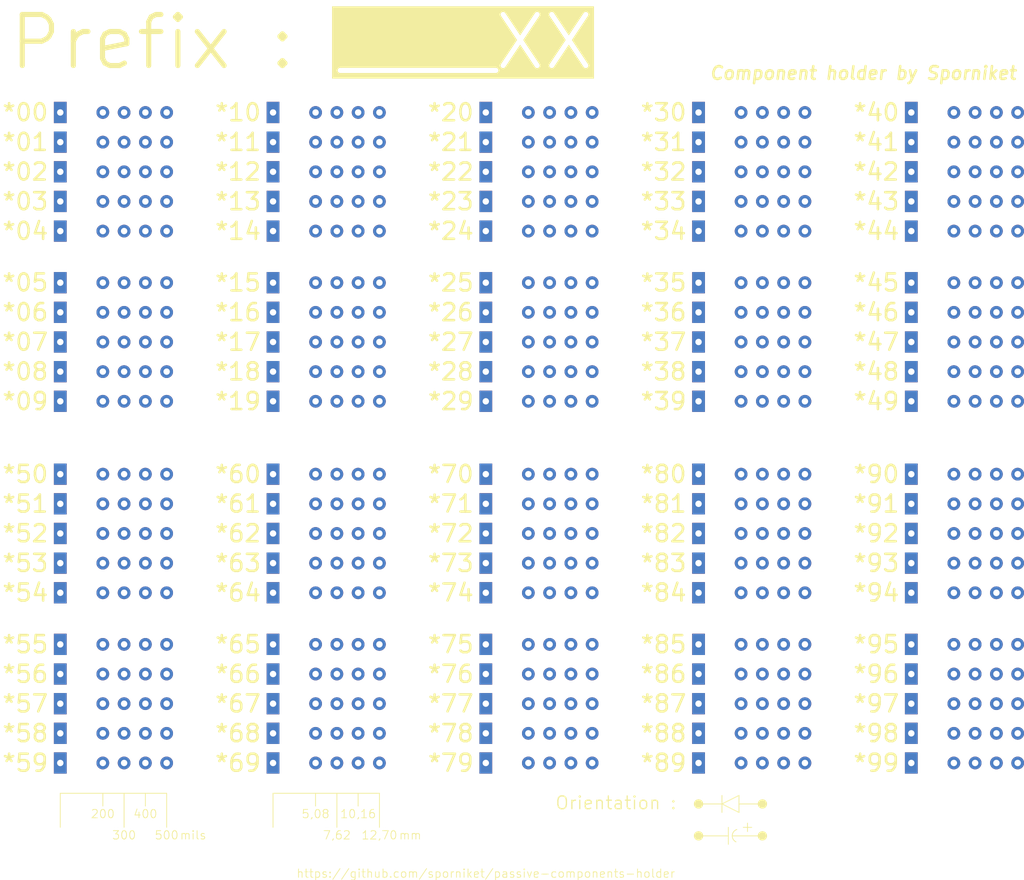
<source format=kicad_pcb>
(kicad_pcb (version 20221018) (generator pcbnew)
  (layers (0 "F.Cu" signal) (31 "B.Cu" signal) (34 "B.Paste" user) (35 "F.Paste" user) (36 "B.SilkS" user "B.Silkscreen") (37 "F.SilkS" user "F.Silkscreen") (38 "B.Mask" user) (39 "F.Mask" user) (44 "Edge.Cuts" user))
  (net 0 "")
  (footprint "component_holder:component_holder_THT_pitches_200_300_400_500_mils" (layer "F.Cu") (at 177.8 117.84)
    (fp_text reference "*86")
    (fp_text value "*")
  )
  (footprint "component_holder:component_holder_THT_pitches_200_300_400_500_mils" (layer "F.Cu") (at 101.6 78.2)
    (fp_text reference "*07")
    (fp_text value "*")
  )
  (footprint "component_holder:component_holder_THT_pitches_200_300_400_500_mils" (layer "F.Cu") (at 203.2 81.74)
    (fp_text reference "*48")
    (fp_text value "*")
  )
  (footprint "component_holder:component_holder_THT_pitches_200_300_400_500_mils" (layer "F.Cu") (at 177.8 104.6)
    (fp_text reference "*83")
    (fp_text value "*")
  )
  (footprint "component_holder:component_holder_THT_pitches_200_300_400_500_mils" (layer "F.Cu") (at 152.4 121.38)
    (fp_text reference "*77")
    (fp_text value "*")
  )
  (footprint "component_holder:component_holder_THT_pitches_200_300_400_500_mils" (layer "F.Cu") (at 152.4 93.98)
    (fp_text reference "*70")
    (fp_text value "*")
  )
  (footprint "component_holder:component_holder_THT_pitches_200_300_400_500_mils" (layer "F.Cu") (at 152.4 85.28)
    (fp_text reference "*29")
    (fp_text value "*")
  )
  (footprint "component_holder:component_holder_THT_pitches_200_300_400_500_mils" (layer "F.Cu") (at 177.8 50.8)
    (fp_text reference "*30")
    (fp_text value "*")
  )
  (footprint "component_holder:component_holder_THT_pitches_200_300_400_500_mils" (layer "F.Cu") (at 152.4 81.74)
    (fp_text reference "*28")
    (fp_text value "*")
  )
  (footprint "component_holder:component_holder_THT_pitches_200_300_400_500_mils" (layer "F.Cu") (at 203.2 64.96)
    (fp_text reference "*44")
    (fp_text value "*")
  )
  (footprint "component_holder:component_holder_THT_pitches_200_300_400_500_mils" (layer "F.Cu") (at 203.2 78.2)
    (fp_text reference "*47")
    (fp_text value "*")
  )
  (footprint "component_holder:component_holder_THT_pitches_200_300_400_500_mils" (layer "F.Cu") (at 127 74.66)
    (fp_text reference "*16")
    (fp_text value "*")
  )
  (footprint "component_holder:component_holder_THT_pitches_200_300_400_500_mils" (layer "F.Cu") (at 152.4 117.84)
    (fp_text reference "*76")
    (fp_text value "*")
  )
  (footprint "component_holder:component_holder_THT_pitches_200_300_400_500_mils" (layer "F.Cu") (at 127 97.52)
    (fp_text reference "*61")
    (fp_text value "*")
  )
  (footprint "component_holder:component_holder_THT_pitches_200_300_400_500_mils" (layer "F.Cu") (at 152.4 61.42)
    (fp_text reference "*23")
    (fp_text value "*")
  )
  (footprint "component_holder:component_holder_THT_pitches_200_300_400_500_mils" (layer "F.Cu") (at 203.2 108.14)
    (fp_text reference "*94")
    (fp_text value "*")
  )
  (footprint "component_holder:component_holder_THT_pitches_200_300_400_500_mils" (layer "F.Cu") (at 177.8 128.46)
    (fp_text reference "*89")
    (fp_text value "*")
  )
  (footprint "component_holder:component_holder_THT_pitches_200_300_400_500_mils" (layer "F.Cu") (at 152.4 97.52)
    (fp_text reference "*71")
    (fp_text value "*")
  )
  (footprint "component_holder:component_holder_THT_pitches_200_300_400_500_mils" (layer "F.Cu") (at 203.2 74.66)
    (fp_text reference "*46")
    (fp_text value "*")
  )
  (footprint "component_holder:component_holder_THT_pitches_200_300_400_500_mils" (layer "F.Cu") (at 177.8 74.66)
    (fp_text reference "*36")
    (fp_text value "*")
  )
  (footprint "component_holder:component_holder_THT_pitches_200_300_400_500_mils" (layer "F.Cu") (at 152.4 108.14)
    (fp_text reference "*74")
    (fp_text value "*")
  )
  (footprint "component_holder:component_holder_THT_pitches_200_300_400_500_mils" (layer "F.Cu") (at 177.8 108.14)
    (fp_text reference "*84")
    (fp_text value "*")
  )
  (footprint "component_holder:component_holder_THT_pitches_200_300_400_500_mils" (layer "F.Cu") (at 152.4 54.34)
    (fp_text reference "*21")
    (fp_text value "*")
  )
  (footprint "component_holder:component_holder_THT_pitches_200_300_400_500_mils" (layer "F.Cu") (at 101.6 57.88)
    (fp_text reference "*02")
    (fp_text value "*")
  )
  (footprint "component_holder:component_holder_THT_pitches_200_300_400_500_mils" (layer "F.Cu") (at 177.8 57.88)
    (fp_text reference "*32")
    (fp_text value "*")
  )
  (footprint "component_holder:component_holder_THT_pitches_200_300_400_500_mils" (layer "F.Cu") (at 127 128.46)
    (fp_text reference "*69")
    (fp_text value "*")
  )
  (footprint "component_holder:component_holder_THT_pitches_200_300_400_500_mils" (layer "F.Cu") (at 101.6 50.8)
    (fp_text reference "*00")
    (fp_text value "*")
  )
  (footprint "component_holder:component_holder_THT_pitches_200_300_400_500_mils" (layer "F.Cu") (at 177.8 78.2)
    (fp_text reference "*37")
    (fp_text value "*")
  )
  (footprint "component_holder:component_holder_THT_pitches_200_300_400_500_mils" (layer "F.Cu") (at 101.6 117.84)
    (fp_text reference "*56")
    (fp_text value "*")
  )
  (footprint "component_holder:component_holder_THT_pitches_200_300_400_500_mils" (layer "F.Cu") (at 127 57.88)
    (fp_text reference "*12")
    (fp_text value "*")
  )
  (footprint "component_holder:component_holder_THT_pitches_200_300_400_500_mils" (layer "F.Cu") (at 101.6 101.06)
    (fp_text reference "*52")
    (fp_text value "*")
  )
  (footprint "component_holder:component_holder_THT_pitches_200_300_400_500_mils" (layer "F.Cu") (at 152.4 71.12)
    (fp_text reference "*25")
    (fp_text value "*")
  )
  (footprint "component_holder:component_holder_THT_pitches_200_300_400_500_mils" (layer "F.Cu") (at 177.8 93.98)
    (fp_text reference "*80")
    (fp_text value "*")
  )
  (footprint "component_holder:component_holder_THT_pitches_200_300_400_500_mils" (layer "F.Cu") (at 152.4 114.3)
    (fp_text reference "*75")
    (fp_text value "*")
  )
  (footprint "component_holder:component_holder_THT_pitches_200_300_400_500_mils" (layer "F.Cu") (at 101.6 64.96)
    (fp_text reference "*04")
    (fp_text value "*")
  )
  (footprint "component_holder:component_holder_THT_pitches_200_300_400_500_mils" (layer "F.Cu") (at 127 54.34)
    (fp_text reference "*11")
    (fp_text value "*")
  )
  (footprint "component_holder:component_holder_THT_pitches_200_300_400_500_mils" (layer "F.Cu") (at 152.4 104.6)
    (fp_text reference "*73")
    (fp_text value "*")
  )
  (footprint "component_holder:component_holder_THT_pitches_200_300_400_500_mils" (layer "F.Cu") (at 203.2 117.84)
    (fp_text reference "*96")
    (fp_text value "*")
  )
  (footprint "component_holder:component_holder_THT_pitches_200_300_400_500_mils" (layer "F.Cu") (at 177.8 64.96)
    (fp_text reference "*34")
    (fp_text value "*")
  )
  (footprint "component_holder:component_holder_THT_pitches_200_300_400_500_mils" (layer "F.Cu") (at 127 71.12)
    (fp_text reference "*15")
    (fp_text value "*")
  )
  (footprint "component_holder:component_holder_THT_pitches_200_300_400_500_mils" (layer "F.Cu") (at 203.2 93.98)
    (fp_text reference "*90")
    (fp_text value "*")
  )
  (footprint "component_holder:component_holder_THT_pitches_200_300_400_500_mils" (layer "F.Cu") (at 101.6 71.12)
    (fp_text reference "*05")
    (fp_text value "*")
  )
  (footprint "component_holder:component_holder_THT_pitches_200_300_400_500_mils" (layer "F.Cu") (at 101.6 128.46)
    (fp_text reference "*59")
    (fp_text value "*")
  )
  (footprint "component_holder:component_holder_THT_pitches_200_300_400_500_mils" (layer "F.Cu") (at 127 61.42)
    (fp_text reference "*13")
    (fp_text value "*")
  )
  (footprint "component_holder:component_holder_THT_pitches_200_300_400_500_mils" (layer "F.Cu") (at 203.2 101.06)
    (fp_text reference "*92")
    (fp_text value "*")
  )
  (footprint "component_holder:component_holder_THT_pitches_200_300_400_500_mils" (layer "F.Cu") (at 101.6 121.38)
    (fp_text reference "*57")
    (fp_text value "*")
  )
  (footprint "component_holder:component_holder_THT_pitches_200_300_400_500_mils" (layer "F.Cu") (at 177.8 101.06)
    (fp_text reference "*82")
    (fp_text value "*")
  )
  (footprint "component_holder:component_holder_THT_pitches_200_300_400_500_mils" (layer "F.Cu") (at 152.4 64.96)
    (fp_text reference "*24")
    (fp_text value "*")
  )
  (footprint "component_holder:component_holder_THT_pitches_200_300_400_500_mils" (layer "F.Cu") (at 127 78.2)
    (fp_text reference "*17")
    (fp_text value "*")
  )
  (footprint "component_holder:component_holder_THT_pitches_200_300_400_500_mils" (layer "F.Cu") (at 177.8 124.92)
    (fp_text reference "*88")
    (fp_text value "*")
  )
  (footprint "component_holder:component_holder_THT_pitches_200_300_400_500_mils" (layer "F.Cu") (at 177.8 61.42)
    (fp_text reference "*33")
    (fp_text value "*")
  )
  (footprint "component_holder:component_holder_THT_pitches_200_300_400_500_mils" (layer "F.Cu") (at 177.8 71.12)
    (fp_text reference "*35")
    (fp_text value "*")
  )
  (footprint "component_holder:component_holder_THT_pitches_200_300_400_500_mils" (layer "F.Cu") (at 101.6 93.98)
    (fp_text reference "*50")
    (fp_text value "*")
  )
  (footprint "component_holder:component_holder_THT_pitches_200_300_400_500_mils" (layer "F.Cu") (at 101.6 108.14)
    (fp_text reference "*54")
    (fp_text value "*")
  )
  (footprint "component_holder:component_holder_THT_pitches_200_300_400_500_mils" (layer "F.Cu") (at 101.6 124.92)
    (fp_text reference "*58")
    (fp_text value "*")
  )
  (footprint "component_holder:component_holder_THT_pitches_200_300_400_500_mils" (layer "F.Cu") (at 177.8 54.34)
    (fp_text reference "*31")
    (fp_text value "*")
  )
  (footprint "component_holder:component_holder_THT_pitches_200_300_400_500_mils" (layer "F.Cu") (at 101.6 85.28)
    (fp_text reference "*09")
    (fp_text value "*")
  )
  (footprint "component_holder:component_holder_THT_pitches_200_300_400_500_mils" (layer "F.Cu") (at 127 121.38)
    (fp_text reference "*67")
    (fp_text value "*")
  )
  (footprint "component_holder:component_holder_THT_pitches_200_300_400_500_mils" (layer "F.Cu") (at 203.2 114.3)
    (fp_text reference "*95")
    (fp_text value "*")
  )
  (footprint "component_holder:component_holder_THT_pitches_200_300_400_500_mils" (layer "F.Cu") (at 203.2 71.12)
    (fp_text reference "*45")
    (fp_text value "*")
  )
  (footprint "component_holder:component_holder_THT_pitches_200_300_400_500_mils" (layer "F.Cu") (at 152.4 124.92)
    (fp_text reference "*78")
    (fp_text value "*")
  )
  (footprint "component_holder:component_holder_THT_pitches_200_300_400_500_mils" (layer "F.Cu") (at 127 64.96)
    (fp_text reference "*14")
    (fp_text value "*")
  )
  (footprint "component_holder:component_holder_THT_pitches_200_300_400_500_mils" (layer "F.Cu") (at 127 101.06)
    (fp_text reference "*62")
    (fp_text value "*")
  )
  (footprint "component_holder:component_holder_THT_pitches_200_300_400_500_mils" (layer "F.Cu") (at 127 50.8)
    (fp_text reference "*10")
    (fp_text value "*")
  )
  (footprint "component_holder:component_holder_THT_pitches_200_300_400_500_mils" (layer "F.Cu") (at 127 104.6)
    (fp_text reference "*63")
    (fp_text value "*")
  )
  (footprint "component_holder:component_holder_THT_pitches_200_300_400_500_mils" (layer "F.Cu") (at 101.6 97.52)
    (fp_text reference "*51")
    (fp_text value "*")
  )
  (footprint "component_holder:component_holder_THT_pitches_200_300_400_500_mils" (layer "F.Cu") (at 101.6 114.3)
    (fp_text reference "*55")
    (fp_text value "*")
  )
  (footprint "component_holder:component_holder_THT_pitches_200_300_400_500_mils" (layer "F.Cu") (at 127 108.14)
    (fp_text reference "*64")
    (fp_text value "*")
  )
  (footprint "component_holder:component_holder_THT_pitches_200_300_400_500_mils" (layer "F.Cu") (at 203.2 97.52)
    (fp_text reference "*91")
    (fp_text value "*")
  )
  (footprint "component_holder:component_holder_THT_pitches_200_300_400_500_mils" (layer "F.Cu") (at 127 117.84)
    (fp_text reference "*66")
    (fp_text value "*")
  )
  (footprint "component_holder:component_holder_THT_pitches_200_300_400_500_mils" (layer "F.Cu") (at 101.6 81.74)
    (fp_text reference "*08")
    (fp_text value "*")
  )
  (footprint "component_holder:component_holder_THT_pitches_200_300_400_500_mils" (layer "F.Cu") (at 152.4 57.88)
    (fp_text reference "*22")
    (fp_text value "*")
  )
  (footprint "component_holder:component_holder_THT_pitches_200_300_400_500_mils" (layer "F.Cu") (at 203.2 61.42)
    (fp_text reference "*43")
    (fp_text value "*")
  )
  (footprint "component_holder:component_holder_THT_pitches_200_300_400_500_mils" (layer "F.Cu") (at 152.4 78.2)
    (fp_text reference "*27")
    (fp_text value "*")
  )
  (footprint "component_holder:component_holder_THT_pitches_200_300_400_500_mils" (layer "F.Cu") (at 177.8 114.3)
    (fp_text reference "*85")
    (fp_text value "*")
  )
  (footprint "component_holder:component_holder_THT_pitches_200_300_400_500_mils" (layer "F.Cu") (at 203.2 104.6)
    (fp_text reference "*93")
    (fp_text value "*")
  )
  (footprint "component_holder:component_holder_THT_pitches_200_300_400_500_mils" (layer "F.Cu") (at 127 124.92)
    (fp_text reference "*68")
    (fp_text value "*")
  )
  (footprint "component_holder:component_holder_THT_pitches_200_300_400_500_mils" (layer "F.Cu") (at 203.2 54.34)
    (fp_text reference "*41")
    (fp_text value "*")
  )
  (footprint "component_holder:component_holder_THT_pitches_200_300_400_500_mils" (layer "F.Cu") (at 177.8 121.38)
    (fp_text reference "*87")
    (fp_text value "*")
  )
  (footprint "component_holder:component_holder_THT_pitches_200_300_400_500_mils" (layer "F.Cu") (at 101.6 54.34)
    (fp_text reference "*01")
    (fp_text value "*")
  )
  (footprint "component_holder:component_holder_THT_pitches_200_300_400_500_mils" (layer "F.Cu") (at 101.6 74.66)
    (fp_text reference "*06")
    (fp_text value "*")
  )
  (footprint "component_holder:component_holder_THT_pitches_200_300_400_500_mils" (layer "F.Cu") (at 101.6 61.42)
    (fp_text reference "*03")
    (fp_text value "*")
  )
  (footprint "component_holder:component_holder_THT_pitches_200_300_400_500_mils" (layer "F.Cu") (at 203.2 128.46)
    (fp_text reference "*99")
    (fp_text value "*")
  )
  (footprint "component_holder:component_holder_THT_pitches_200_300_400_500_mils" (layer "F.Cu") (at 127 85.28)
    (fp_text reference "*19")
    (fp_text value "*")
  )
  (footprint "component_holder:component_holder_THT_pitches_200_300_400_500_mils" (layer "F.Cu") (at 127 114.3)
    (fp_text reference "*65")
    (fp_text value "*")
  )
  (footprint "component_holder:component_holder_THT_pitches_200_300_400_500_mils" (layer "F.Cu") (at 203.2 57.88)
    (fp_text reference "*42")
    (fp_text value "*")
  )
  (footprint "component_holder:component_holder_THT_pitches_200_300_400_500_mils" (layer "F.Cu") (at 203.2 50.8)
    (fp_text reference "*40")
    (fp_text value "*")
  )
  (footprint "component_holder:component_holder_THT_pitches_200_300_400_500_mils" (layer "F.Cu") (at 177.8 81.74)
    (fp_text reference "*38")
    (fp_text value "*")
  )
  (footprint "component_holder:component_holder_THT_pitches_200_300_400_500_mils" (layer "F.Cu") (at 152.4 74.66)
    (fp_text reference "*26")
    (fp_text value "*")
  )
  (footprint "component_holder:component_holder_THT_pitches_200_300_400_500_mils" (layer "F.Cu") (at 177.8 85.28)
    (fp_text reference "*39")
    (fp_text value "*")
  )
  (footprint "component_holder:component_holder_THT_pitches_200_300_400_500_mils" (layer "F.Cu") (at 203.2 85.28)
    (fp_text reference "*49")
    (fp_text value "*")
  )
  (footprint "component_holder:component_holder_THT_pitches_200_300_400_500_mils" (layer "F.Cu") (at 177.8 97.52)
    (fp_text reference "*81")
    (fp_text value "*")
  )
  (footprint "component_holder:component_holder_THT_pitches_200_300_400_500_mils" (layer "F.Cu") (at 203.2 124.92)
    (fp_text reference "*98")
    (fp_text value "*")
  )
  (footprint "component_holder:component_holder_THT_pitches_200_300_400_500_mils" (layer "F.Cu") (at 127 81.74)
    (fp_text reference "*18")
    (fp_text value "*")
  )
  (footprint "component_holder:component_holder_THT_pitches_200_300_400_500_mils" (layer "F.Cu") (at 152.4 101.06)
    (fp_text reference "*72")
    (fp_text value "*")
  )
  (footprint "component_holder:component_holder_THT_pitches_200_300_400_500_mils" (layer "F.Cu") (at 203.2 121.38)
    (fp_text reference "*97")
    (fp_text value "*")
  )
  (footprint "component_holder:component_holder_THT_pitches_200_300_400_500_mils" (layer "F.Cu") (at 101.6 104.6)
    (fp_text reference "*53")
    (fp_text value "*")
  )
  (footprint "component_holder:component_holder_THT_pitches_200_300_400_500_mils" (layer "F.Cu") (at 152.4 50.8)
    (fp_text reference "*20")
    (fp_text value "*")
  )
  (footprint "component_holder:component_holder_THT_pitches_200_300_400_500_mils" (layer "F.Cu") (at 152.4 128.46)
    (fp_text reference "*79")
    (fp_text value "*")
  )
  (footprint "component_holder:component_holder_THT_pitches_200_300_400_500_mils" (layer "F.Cu") (at 127 93.98)
    (fp_text reference "*60")
    (fp_text value "*")
  )
  (gr_line (start 182.626 134.366) (end 180.594 133.35) (stroke (width 0.1)) (layer "F.SilkS"))
  (gr_line (start 106.68 132.08) (end 106.68 133.604) (stroke (width 0.1)) (layer "F.SilkS"))
  (gr_line (start 181.356 136.144) (end 181.356 138.176) (stroke (width 0.1)) (layer "F.SilkS"))
  (gr_line (start 111.76 132.08) (end 111.76 133.604) (stroke (width 0.1)) (layer "F.SilkS"))
  (gr_circle (center 185.42 133.35) (end 185.928 133.35) (stroke (width 0.1)) (fill solid) (layer "F.SilkS"))
  (gr_line (start 137.16 132.08) (end 137.16 133.604) (stroke (width 0.1)) (layer "F.SilkS"))
  (gr_line (start 182.626 132.334) (end 182.626 134.366) (stroke (width 0.1)) (layer "F.SilkS"))
  (gr_line (start 183.642 135.636) (end 183.642 136.652) (stroke (width 0.1)) (layer "F.SilkS"))
  (gr_line (start 180.594 132.334) (end 180.594 134.366) (stroke (width 0.1)) (layer "F.SilkS"))
  (gr_line (start 101.6 132.08) (end 101.6 136.144) (stroke (width 0.1)) (layer "F.SilkS"))
  (gr_line (start 134.62 132.08) (end 134.62 136.144) (stroke (width 0.1)) (layer "F.SilkS"))
  (gr_circle (center 177.8 137.16) (end 178.308 137.16) (stroke (width 0.1)) (fill solid) (layer "F.SilkS"))
  (gr_line (start 132.08 132.08) (end 132.08 133.604) (stroke (width 0.1)) (layer "F.SilkS"))
  (gr_line (start 185.166 137.16) (end 181.864 137.16) (stroke (width 0.1)) (layer "F.SilkS"))
  (gr_line (start 109.22 132.08) (end 109.22 136.144) (stroke (width 0.1)) (layer "F.SilkS"))
  (gr_line (start 183.134 136.144) (end 184.15 136.144) (stroke (width 0.1)) (layer "F.SilkS"))
  (gr_circle (center 185.42 137.16) (end 185.928 137.16) (stroke (width 0.1)) (fill solid) (layer "F.SilkS"))
  (gr_line (start 180.594 133.35) (end 182.626 132.334) (stroke (width 0.1)) (layer "F.SilkS"))
  (gr_line (start 178.054 137.16) (end 181.356 137.16) (stroke (width 0.1)) (layer "F.SilkS"))
  (gr_line (start 101.6 132.08) (end 114.3 132.08) (stroke (width 0.1)) (layer "F.SilkS"))
  (gr_line (start 127 132.08) (end 139.7 132.08) (stroke (width 0.1)) (layer "F.SilkS"))
  (gr_line (start 178.054 133.35) (end 180.594 133.35) (stroke (width 0.1)) (layer "F.SilkS"))
  (gr_line (start 182.626 133.35) (end 185.166 133.35) (stroke (width 0.1)) (layer "F.SilkS"))
  (gr_line (start 127 132.08) (end 127 136.144) (stroke (width 0.1)) (layer "F.SilkS"))
  (gr_arc (start 182.26679 137.87842) (mid 181.824803 137.103061) (end 182.372 136.398) (stroke (width 0.1)) (layer "F.SilkS"))
  (gr_circle (center 177.8 133.35) (end 178.308 133.35) (stroke (width 0.1)) (fill solid) (layer "F.SilkS"))
  (gr_line (start 139.7 132.08) (end 139.7 136.144) (stroke (width 0.1)) (layer "F.SilkS"))
  (gr_line (start 114.3 132.08) (end 114.3 136.144) (stroke (width 0.1)) (layer "F.SilkS"))
  (gr_text "400" (at 111.76 135.128) (layer "F.SilkS") (effects (font (size 1 1) (thickness 0.1)) (justify bottom)))
  (gr_text "500" (at 114.3 137.668) (layer "F.SilkS") (effects (font (size 1 1) (thickness 0.1)) (justify bottom)))
  (gr_text "200" (at 106.68 135.128) (layer "F.SilkS") (effects (font (size 1 1) (thickness 0.1)) (justify bottom)))
  (gr_text "300" (at 109.22 137.668) (layer "F.SilkS") (effects (font (size 1 1) (thickness 0.1)) (justify bottom)))
  (gr_text "Prefix : " (at 134.62 45.974) (layer "F.SilkS") (effects (font (size 6.096 6.096) (thickness 0.6096)) (justify right bottom)))
  (gr_text "https://github.com/sporniket/passive-components-holder" (at 152.4 142.24) (layer "F.SilkS") (effects (font (size 1 1) (thickness 0.1)) (justify bottom)))
  (gr_text "5,08" (at 132.08 135.128) (layer "F.SilkS") (effects (font (size 1 1) (thickness 0.1)) (justify bottom)))
  (gr_text "12,70" (at 139.7 137.668) (layer "F.SilkS") (effects (font (size 1 1) (thickness 0.1)) (justify bottom)))
  (gr_text "____XX" (at 134.62 45.974) (layer "F.SilkS" knockout) (effects (font (size 6.096 6.096) (thickness 0.6096)) (justify left bottom)))
  (gr_text "7,62" (at 134.62 137.668) (layer "F.SilkS") (effects (font (size 1 1) (thickness 0.1)) (justify bottom)))
  (gr_text "10,16" (at 137.16 135.128) (layer "F.SilkS") (effects (font (size 1 1) (thickness 0.1)) (justify bottom)))
  (gr_text "Orientation :" (at 175.26 134.112) (layer "F.SilkS") (effects (font (size 1.524 1.524) (thickness 0.1524)) (justify right bottom)))
  (gr_text "Component holder by Sporniket" (at 215.9 46.99) (layer "F.SilkS") (effects (font (size 1.524 1.524) (thickness 0.3048) bold italic) (justify right bottom)))
  (gr_text "mils" (at 115.824 137.668) (layer "F.SilkS") (effects (font (size 1 1) (thickness 0.1)) (justify left bottom)))
  (gr_text "mm" (at 141.986 137.668) (layer "F.SilkS") (effects (font (size 1 1) (thickness 0.1)) (justify left bottom)))
)
</source>
